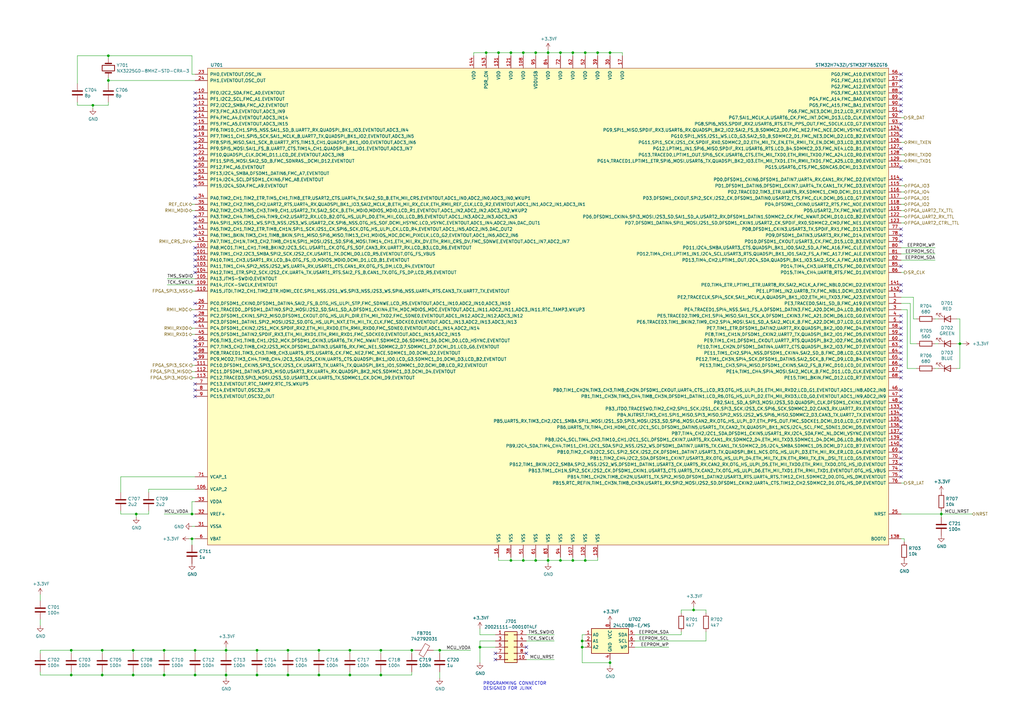
<source format=kicad_sch>
(kicad_sch (version 20231120) (generator "eeschema") (generator_version "8.0")
  (paper "A3")
  (title_block (title "MCU") (date "2020-03-07") (rev "1.00"))
  (junction (at 105.41 276.86))
  (junction (at 67.31 266.7))
  (junction (at 224.79 229.87))
  (junction (at 44.45 22.86))
  (junction (at 67.31 276.86))
  (junction (at 219.71 229.87))
  (junction (at 41.91 276.86))
  (junction (at 156.21 266.7))
  (junction (at 250.19 21.59))
  (junction (at 234.95 229.87))
  (junction (at 55.88 210.82))
  (junction (at 393.7 140.97))
  (junction (at 240.03 21.59))
  (junction (at 284.48 250.19))
  (junction (at 29.21 266.7))
  (junction (at 130.81 276.86))
  (junction (at 92.71 276.86))
  (junction (at 238.76 265.43))
  (junction (at 209.55 21.59))
  (junction (at 250.19 271.78))
  (junction (at 80.01 276.86))
  (junction (at 168.91 266.7))
  (junction (at 245.11 21.59))
  (junction (at 209.55 229.87))
  (junction (at 92.71 266.7))
  (junction (at 78.74 220.98))
  (junction (at 105.41 266.7))
  (junction (at 229.87 229.87))
  (junction (at 234.95 21.59))
  (junction (at 118.11 266.7))
  (junction (at 38.1 43.18))
  (junction (at 224.79 21.59))
  (junction (at 78.74 210.82))
  (junction (at 156.21 276.86))
  (junction (at 130.81 266.7))
  (junction (at 219.71 21.59))
  (junction (at 229.87 21.59))
  (junction (at 214.63 229.87))
  (junction (at 118.11 276.86))
  (junction (at 386.08 210.82))
  (junction (at 180.34 266.7))
  (junction (at 143.51 266.7))
  (junction (at 54.61 276.86))
  (junction (at 214.63 21.59))
  (junction (at 238.76 262.89))
  (junction (at 41.91 266.7))
  (junction (at 44.45 33.02))
  (junction (at 54.61 266.7))
  (junction (at 80.01 266.7))
  (junction (at 29.21 276.86))
  (junction (at 240.03 229.87))
  (junction (at 199.39 21.59))
  (junction (at 204.47 21.59))
  (junction (at 196.85 265.43))
  (junction (at 143.51 276.86))
  (no_connect (at 80.01 71.12))
  (no_connect (at 369.57 132.08))
  (no_connect (at 369.57 55.88))
  (no_connect (at 203.2 267.97))
  (no_connect (at 80.01 60.96))
  (no_connect (at 369.57 129.54))
  (no_connect (at 80.01 101.6))
  (no_connect (at 80.01 139.7))
  (no_connect (at 215.9 265.43))
  (no_connect (at 80.01 88.9))
  (no_connect (at 369.57 193.04))
  (no_connect (at 80.01 68.58))
  (no_connect (at 80.01 40.64))
  (no_connect (at 80.01 81.28))
  (no_connect (at 203.2 270.51))
  (no_connect (at 369.57 139.7))
  (no_connect (at 369.57 43.18))
  (no_connect (at 369.57 180.34))
  (no_connect (at 80.01 144.78))
  (no_connect (at 369.57 137.16))
  (no_connect (at 80.01 109.22))
  (no_connect (at 80.01 58.42))
  (no_connect (at 80.01 162.56))
  (no_connect (at 369.57 182.88))
  (no_connect (at 369.57 149.86))
  (no_connect (at 369.57 195.58))
  (no_connect (at 80.01 93.98))
  (no_connect (at 369.57 152.4))
  (no_connect (at 80.01 104.14))
  (no_connect (at 369.57 33.02))
  (no_connect (at 369.57 170.18))
  (no_connect (at 80.01 48.26))
  (no_connect (at 369.57 60.96))
  (no_connect (at 369.57 144.78))
  (no_connect (at 369.57 154.94))
  (no_connect (at 369.57 165.1))
  (no_connect (at 369.57 142.24))
  (no_connect (at 369.57 45.72))
  (no_connect (at 80.01 96.52))
  (no_connect (at 80.01 157.48))
  (no_connect (at 369.57 119.38))
  (no_connect (at 369.57 93.98))
  (no_connect (at 80.01 53.34))
  (no_connect (at 80.01 132.08))
  (no_connect (at 369.57 38.1))
  (no_connect (at 369.57 160.02))
  (no_connect (at 80.01 91.44))
  (no_connect (at 80.01 45.72))
  (no_connect (at 80.01 129.54))
  (no_connect (at 80.01 55.88))
  (no_connect (at 369.57 190.5))
  (no_connect (at 369.57 96.52))
  (no_connect (at 369.57 177.8))
  (no_connect (at 369.57 172.72))
  (no_connect (at 369.57 109.22))
  (no_connect (at 369.57 134.62))
  (no_connect (at 369.57 187.96))
  (no_connect (at 80.01 50.8))
  (no_connect (at 369.57 68.58))
  (no_connect (at 369.57 185.42))
  (no_connect (at 80.01 66.04))
  (no_connect (at 215.9 267.97))
  (no_connect (at 80.01 63.5))
  (no_connect (at 80.01 76.2))
  (no_connect (at 80.01 147.32))
  (no_connect (at 369.57 116.84))
  (no_connect (at 369.57 73.66))
  (no_connect (at 369.57 162.56))
  (no_connect (at 80.01 124.46))
  (no_connect (at 80.01 160.02))
  (no_connect (at 80.01 43.18))
  (no_connect (at 369.57 167.64))
  (no_connect (at 369.57 30.48))
  (no_connect (at 80.01 73.66))
  (no_connect (at 369.57 35.56))
  (no_connect (at 369.57 99.06))
  (no_connect (at 80.01 38.1))
  (no_connect (at 369.57 175.26))
  (no_connect (at 369.57 147.32))
  (no_connect (at 80.01 111.76))
  (no_connect (at 369.57 50.8))
  (no_connect (at 80.01 142.24))
  (no_connect (at 369.57 53.34))
  (no_connect (at 80.01 106.68))
  (no_connect (at 369.57 40.64))
  (wire (pts (xy 250.19 271.78) (xy 238.76 271.78)))
  (wire (pts (xy 118.11 275.59) (xy 118.11 276.86)))
  (wire (pts (xy 118.11 266.7) (xy 130.81 266.7)))
  (wire (pts (xy 279.4 251.46) (xy 279.4 250.19)))
  (wire (pts (xy 204.47 22.86) (xy 204.47 21.59)))
  (wire (pts (xy 49.53 195.58) (xy 49.53 201.93)))
  (wire (pts (xy 386.08 210.82) (xy 386.08 212.09)))
  (wire (pts (xy 214.63 228.6) (xy 214.63 229.87)))
  (wire (pts (xy 194.31 21.59) (xy 199.39 21.59)))
  (wire (pts (xy 55.88 210.82) (xy 60.96 210.82)))
  (wire (pts (xy 240.03 228.6) (xy 240.03 229.87)))
  (wire (pts (xy 41.91 267.97) (xy 41.91 266.7)))
  (wire (pts (xy 214.63 22.86) (xy 214.63 21.59)))
  (wire (pts (xy 199.39 22.86) (xy 199.39 21.59)))
  (wire (pts (xy 92.71 267.97) (xy 92.71 266.7)))
  (wire (pts (xy 80.01 116.84) (xy 68.58 116.84)))
  (wire (pts (xy 370.84 220.98) (xy 369.57 220.98)))
  (wire (pts (xy 78.74 30.48) (xy 80.01 30.48)))
  (wire (pts (xy 44.45 34.29) (xy 44.45 33.02)))
  (wire (pts (xy 118.11 276.86) (xy 130.81 276.86)))
  (wire (pts (xy 80.01 127) (xy 78.74 127)))
  (wire (pts (xy 80.01 99.06) (xy 78.74 99.06)))
  (wire (pts (xy 369.57 111.76) (xy 370.84 111.76)))
  (wire (pts (xy 240.03 21.59) (xy 245.11 21.59)))
  (wire (pts (xy 44.45 22.86) (xy 31.75 22.86)))
  (wire (pts (xy 196.85 271.78) (xy 196.85 265.43)))
  (wire (pts (xy 67.31 275.59) (xy 67.31 276.86)))
  (wire (pts (xy 224.79 228.6) (xy 224.79 229.87)))
  (wire (pts (xy 238.76 271.78) (xy 238.76 265.43)))
  (wire (pts (xy 234.95 229.87) (xy 240.03 229.87)))
  (wire (pts (xy 67.31 210.82) (xy 78.74 210.82)))
  (wire (pts (xy 238.76 265.43) (xy 238.76 262.89)))
  (wire (pts (xy 67.31 267.97) (xy 67.31 266.7)))
  (wire (pts (xy 219.71 21.59) (xy 224.79 21.59)))
  (wire (pts (xy 375.92 151.13) (xy 372.11 151.13)))
  (wire (pts (xy 38.1 43.18) (xy 44.45 43.18)))
  (wire (pts (xy 374.65 121.92) (xy 369.57 121.92)))
  (wire (pts (xy 240.03 265.43) (xy 238.76 265.43)))
  (wire (pts (xy 156.21 276.86) (xy 156.21 275.59)))
  (wire (pts (xy 369.57 48.26) (xy 370.84 48.26)))
  (wire (pts (xy 196.85 265.43) (xy 196.85 262.89)))
  (wire (pts (xy 196.85 262.89) (xy 203.2 262.89)))
  (wire (pts (xy 209.55 228.6) (xy 209.55 229.87)))
  (wire (pts (xy 78.74 205.74) (xy 80.01 205.74)))
  (wire (pts (xy 369.57 88.9) (xy 370.84 88.9)))
  (wire (pts (xy 54.61 266.7) (xy 67.31 266.7)))
  (wire (pts (xy 224.79 20.32) (xy 224.79 21.59)))
  (wire (pts (xy 80.01 86.36) (xy 78.74 86.36)))
  (wire (pts (xy 78.74 154.94) (xy 80.01 154.94)))
  (wire (pts (xy 373.38 124.46) (xy 369.57 124.46)))
  (wire (pts (xy 214.63 21.59) (xy 219.71 21.59)))
  (wire (pts (xy 54.61 275.59) (xy 54.61 276.86)))
  (wire (pts (xy 80.01 152.4) (xy 78.74 152.4)))
  (wire (pts (xy 180.34 266.7) (xy 193.04 266.7)))
  (wire (pts (xy 49.53 210.82) (xy 55.88 210.82)))
  (wire (pts (xy 80.01 267.97) (xy 80.01 266.7)))
  (wire (pts (xy 224.79 229.87) (xy 229.87 229.87)))
  (wire (pts (xy 16.51 275.59) (xy 16.51 276.86)))
  (wire (pts (xy 92.71 266.7) (xy 92.71 265.43)))
  (wire (pts (xy 16.51 246.38) (xy 16.51 243.84)))
  (wire (pts (xy 238.76 262.89) (xy 238.76 260.35)))
  (wire (pts (xy 370.84 86.36) (xy 369.57 86.36)))
  (wire (pts (xy 369.57 91.44) (xy 370.84 91.44)))
  (wire (pts (xy 78.74 215.9) (xy 80.01 215.9)))
  (wire (pts (xy 289.56 250.19) (xy 289.56 251.46)))
  (wire (pts (xy 372.11 127) (xy 369.57 127)))
  (wire (pts (xy 60.96 200.66) (xy 60.96 201.93)))
  (wire (pts (xy 80.01 275.59) (xy 80.01 276.86)))
  (wire (pts (xy 31.75 43.18) (xy 38.1 43.18)))
  (wire (pts (xy 80.01 200.66) (xy 60.96 200.66)))
  (wire (pts (xy 78.74 149.86) (xy 80.01 149.86)))
  (wire (pts (xy 44.45 22.86) (xy 78.74 22.86)))
  (wire (pts (xy 41.91 275.59) (xy 41.91 276.86)))
  (wire (pts (xy 393.7 130.81) (xy 392.43 130.81)))
  (wire (pts (xy 372.11 151.13) (xy 372.11 127)))
  (wire (pts (xy 168.91 267.97) (xy 168.91 266.7)))
  (wire (pts (xy 80.01 266.7) (xy 92.71 266.7)))
  (wire (pts (xy 143.51 275.59) (xy 143.51 276.86)))
  (wire (pts (xy 49.53 195.58) (xy 80.01 195.58)))
  (wire (pts (xy 260.35 260.35) (xy 279.4 260.35)))
  (wire (pts (xy 393.7 151.13) (xy 393.7 140.97)))
  (wire (pts (xy 180.34 278.13) (xy 180.34 275.59)))
  (wire (pts (xy 196.85 257.81) (xy 196.85 260.35)))
  (wire (pts (xy 255.27 21.59) (xy 255.27 22.86)))
  (wire (pts (xy 130.81 266.7) (xy 143.51 266.7)))
  (wire (pts (xy 245.11 21.59) (xy 250.19 21.59)))
  (wire (pts (xy 398.78 210.82) (xy 386.08 210.82)))
  (wire (pts (xy 260.35 265.43) (xy 274.32 265.43)))
  (wire (pts (xy 130.81 275.59) (xy 130.81 276.86)))
  (wire (pts (xy 386.08 209.55) (xy 386.08 210.82)))
  (wire (pts (xy 215.9 262.89) (xy 227.33 262.89)))
  (wire (pts (xy 214.63 229.87) (xy 219.71 229.87)))
  (wire (pts (xy 49.53 209.55) (xy 49.53 210.82)))
  (wire (pts (xy 92.71 276.86) (xy 105.41 276.86)))
  (wire (pts (xy 78.74 223.52) (xy 78.74 220.98)))
  (wire (pts (xy 44.45 24.13) (xy 44.45 22.86)))
  (wire (pts (xy 229.87 22.86) (xy 229.87 21.59)))
  (wire (pts (xy 67.31 266.7) (xy 80.01 266.7)))
  (wire (pts (xy 196.85 260.35) (xy 203.2 260.35)))
  (wire (pts (xy 80.01 276.86) (xy 92.71 276.86)))
  (wire (pts (xy 250.19 271.78) (xy 250.19 270.51)))
  (wire (pts (xy 156.21 266.7) (xy 156.21 267.97)))
  (wire (pts (xy 219.71 22.86) (xy 219.71 21.59)))
  (wire (pts (xy 143.51 267.97) (xy 143.51 266.7)))
  (wire (pts (xy 224.79 22.86) (xy 224.79 21.59)))
  (wire (pts (xy 392.43 151.13) (xy 393.7 151.13)))
  (wire (pts (xy 375.92 130.81) (xy 374.65 130.81)))
  (wire (pts (xy 31.75 22.86) (xy 31.75 34.29)))
  (wire (pts (xy 369.57 76.2) (xy 370.84 76.2)))
  (wire (pts (xy 168.91 266.7) (xy 170.18 266.7)))
  (wire (pts (xy 130.81 267.97) (xy 130.81 266.7)))
  (wire (pts (xy 384.81 140.97) (xy 383.54 140.97)))
  (wire (pts (xy 199.39 21.59) (xy 204.47 21.59)))
  (wire (pts (xy 118.11 267.97) (xy 118.11 266.7)))
  (wire (pts (xy 78.74 22.86) (xy 78.74 30.48)))
  (wire (pts (xy 279.4 250.19) (xy 284.48 250.19)))
  (wire (pts (xy 130.81 276.86) (xy 143.51 276.86)))
  (wire (pts (xy 80.01 83.82) (xy 78.74 83.82)))
  (wire (pts (xy 105.41 266.7) (xy 118.11 266.7)))
  (wire (pts (xy 16.51 276.86) (xy 29.21 276.86)))
  (wire (pts (xy 215.9 260.35) (xy 227.33 260.35)))
  (wire (pts (xy 369.57 58.42) (xy 370.84 58.42)))
  (wire (pts (xy 234.95 21.59) (xy 240.03 21.59)))
  (wire (pts (xy 240.03 229.87) (xy 245.11 229.87)))
  (wire (pts (xy 393.7 140.97) (xy 393.7 130.81)))
  (wire (pts (xy 260.35 262.89) (xy 289.56 262.89)))
  (wire (pts (xy 370.84 63.5) (xy 369.57 63.5)))
  (wire (pts (xy 78.74 210.82) (xy 78.74 205.74)))
  (wire (pts (xy 284.48 250.19) (xy 289.56 250.19)))
  (wire (pts (xy 245.11 22.86) (xy 245.11 21.59)))
  (wire (pts (xy 369.57 78.74) (xy 370.84 78.74)))
  (wire (pts (xy 219.71 228.6) (xy 219.71 229.87)))
  (wire (pts (xy 92.71 275.59) (xy 92.71 276.86)))
  (wire (pts (xy 143.51 276.86) (xy 156.21 276.86)))
  (wire (pts (xy 209.55 22.86) (xy 209.55 21.59)))
  (wire (pts (xy 229.87 229.87) (xy 234.95 229.87)))
  (wire (pts (xy 240.03 262.89) (xy 238.76 262.89)))
  (wire (pts (xy 204.47 228.6) (xy 204.47 229.87)))
  (wire (pts (xy 229.87 228.6) (xy 229.87 229.87)))
  (wire (pts (xy 369.57 198.12) (xy 370.84 198.12)))
  (wire (pts (xy 180.34 266.7) (xy 177.8 266.7)))
  (wire (pts (xy 369.57 104.14) (xy 383.54 104.14)))
  (wire (pts (xy 384.81 130.81) (xy 383.54 130.81)))
  (wire (pts (xy 209.55 21.59) (xy 214.63 21.59)))
  (wire (pts (xy 105.41 267.97) (xy 105.41 266.7)))
  (wire (pts (xy 238.76 260.35) (xy 240.03 260.35)))
  (wire (pts (xy 80.01 210.82) (xy 78.74 210.82)))
  (wire (pts (xy 80.01 114.3) (xy 68.58 114.3)))
  (wire (pts (xy 41.91 276.86) (xy 54.61 276.86)))
  (wire (pts (xy 44.45 33.02) (xy 44.45 31.75)))
  (wire (pts (xy 16.51 256.54) (xy 16.51 254)))
  (wire (pts (xy 245.11 229.87) (xy 245.11 228.6)))
  (wire (pts (xy 284.48 248.92) (xy 284.48 250.19)))
  (wire (pts (xy 250.19 22.86) (xy 250.19 21.59)))
  (wire (pts (xy 209.55 229.87) (xy 214.63 229.87)))
  (wire (pts (xy 373.38 140.97) (xy 373.38 124.46)))
  (wire (pts (xy 143.51 266.7) (xy 156.21 266.7)))
  (wire (pts (xy 224.79 21.59) (xy 229.87 21.59)))
  (wire (pts (xy 29.21 276.86) (xy 41.91 276.86)))
  (wire (pts (xy 67.31 276.86) (xy 80.01 276.86)))
  (wire (pts (xy 369.57 106.68) (xy 383.54 106.68)))
  (wire (pts (xy 41.91 266.7) (xy 54.61 266.7)))
  (wire (pts (xy 54.61 267.97) (xy 54.61 266.7)))
  (wire (pts (xy 250.19 21.59) (xy 255.27 21.59)))
  (wire (pts (xy 289.56 262.89) (xy 289.56 259.08)))
  (wire (pts (xy 105.41 276.86) (xy 118.11 276.86)))
  (wire (pts (xy 279.4 260.35) (xy 279.4 259.08)))
  (wire (pts (xy 156.21 276.86) (xy 168.91 276.86)))
  (wire (pts (xy 369.57 81.28) (xy 370.84 81.28)))
  (wire (pts (xy 203.2 265.43) (xy 196.85 265.43)))
  (wire (pts (xy 374.65 130.81) (xy 374.65 121.92)))
  (wire (pts (xy 31.75 41.91) (xy 31.75 43.18)))
  (wire (pts (xy 369.57 83.82) (xy 370.84 83.82)))
  (wire (pts (xy 54.61 276.86) (xy 67.31 276.86)))
  (wire (pts (xy 80.01 134.62) (xy 78.74 134.62)))
  (wire (pts (xy 55.88 212.09) (xy 55.88 210.82)))
  (wire (pts (xy 234.95 22.86) (xy 234.95 21.59)))
  (wire (pts (xy 77.47 220.98) (xy 78.74 220.98)))
  (wire (pts (xy 60.96 210.82) (xy 60.96 209.55)))
  (wire (pts (xy 229.87 21.59) (xy 234.95 21.59)))
  (wire (pts (xy 250.19 273.05) (xy 250.19 271.78)))
  (wire (pts (xy 204.47 21.59) (xy 209.55 21.59)))
  (wire (pts (xy 92.71 266.7) (xy 105.41 266.7)))
  (wire (pts (xy 234.95 228.6) (xy 234.95 229.87)))
  (wire (pts (xy 80.01 137.16) (xy 78.74 137.16)))
  (wire (pts (xy 215.9 270.51) (xy 227.33 270.51)))
  (wire (pts (xy 394.97 140.97) (xy 393.7 140.97)))
  (wire (pts (xy 78.74 220.98) (xy 80.01 220.98)))
  (wire (pts (xy 204.47 229.87) (xy 209.55 229.87)))
  (wire (pts (xy 383.54 151.13) (xy 384.81 151.13)))
  (wire (pts (xy 393.7 140.97) (xy 392.43 140.97)))
  (wire (pts (xy 44.45 33.02) (xy 80.01 33.02)))
  (wire (pts (xy 369.57 101.6) (xy 383.54 101.6)))
  (wire (pts (xy 105.41 275.59) (xy 105.41 276.86)))
  (wire (pts (xy 369.57 66.04) (xy 370.84 66.04)))
  (wire (pts (xy 16.51 266.7) (xy 29.21 266.7)))
  (wire (pts (xy 29.21 267.97) (xy 29.21 266.7)))
  (wire (pts (xy 29.21 275.59) (xy 29.21 276.86)))
  (wire (pts (xy 92.71 278.13) (xy 92.71 276.86)))
  (wire (pts (xy 44.45 43.18) (xy 44.45 41.91)))
  (wire (pts (xy 168.91 276.86) (xy 168.91 275.59)))
  (wire (pts (xy 38.1 44.45) (xy 38.1 43.18)))
  (wire (pts (xy 375.92 140.97) (xy 373.38 140.97)))
  (wire (pts (xy 369.57 210.82) (xy 386.08 210.82)))
  (wire (pts (xy 240.03 22.86) (xy 240.03 21.59)))
  (wire (pts (xy 180.34 266.7) (xy 180.34 267.97)))
  (wire (pts (xy 370.84 222.25) (xy 370.84 220.98)))
  (wire (pts (xy 219.71 229.87) (xy 224.79 229.87)))
  (wire (pts (xy 29.21 266.7) (xy 41.91 266.7)))
  (wire (pts (xy 224.79 229.87) (xy 224.79 231.14)))
  (wire (pts (xy 194.31 22.86) (xy 194.31 21.59)))
  (wire (pts (xy 78.74 119.38) (xy 80.01 119.38)))
  (wire (pts (xy 16.51 267.97) (xy 16.51 266.7)))
  (wire (pts (xy 168.91 266.7) (xy 156.21 266.7)))
  (text "PROGRAMMING CONNECTOR\nDESIGNED FOR JLINK" (at 198.12 283.21 0) (effects (font (size 1.27 1.27)) (justify left bottom)))
  (label "MCU_VDDA" (at 67.31 210.82 0))
  (label "EEPROM_WP" (at 383.54 101.6 180))
  (label "EEPROM_SCL" (at 274.32 262.89 180))
  (label "EEPROM_WP" (at 274.32 265.43 180))
  (label "TMS_SWDIO" (at 227.33 260.35 180))
  (label "EEPROM_SDA" (at 383.54 106.68 180))
  (label "MCU_NRST" (at 227.33 270.51 180))
  (label "TCK_SWCLK" (at 227.33 262.89 180))
  (label "MCU_NRST" (at 397.51 210.82 180))
  (label "MCU_VDDA" (at 193.04 266.7 180))
  (label "EEPROM_SDA" (at 274.32 260.35 180))
  (label "TMS_SWDIO" (at 68.58 114.3 0))
  (label "EEPROM_SCL" (at 383.54 104.14 180))
  (label "TCK_SWCLK" (at 68.58 116.84 0))
  (hierarchical_label "RMII_CRS_DV" (shape bidirectional) (at 78.74 99.06 180))
  (hierarchical_label "SR_DAT" (shape output) (at 370.84 48.26 0))
  (hierarchical_label "FPGA_SPI3_MISO" (shape input) (at 78.74 152.4 180))
  (hierarchical_label "FPGA_SPI3_SCK" (shape output) (at 78.74 149.86 180))
  (hierarchical_label "RMII_RXD1" (shape bidirectional) (at 78.74 137.16 180))
  (hierarchical_label "SR_LAT" (shape output) (at 370.84 198.12 0))
  (hierarchical_label "FPGA_UART2_CTRL_TTL" (shape bidirectional) (at 370.84 91.44 0))
  (hierarchical_label "FPGA_SPI3_NSS" (shape output) (at 78.74 119.38 180))
  (hierarchical_label "FPGA_IO2" (shape bidirectional) (at 370.84 83.82 0))
  (hierarchical_label "FPGA_SPI3_MOSI" (shape output) (at 78.74 154.94 180))
  (hierarchical_label "NRST" (shape bidirectional) (at 398.78 210.82 0))
  (hierarchical_label "FPGA_UART2_RX_TTL" (shape bidirectional) (at 370.84 88.9 0))
  (hierarchical_label "RMII_MDIO" (shape bidirectional) (at 78.74 86.36 180))
  (hierarchical_label "RMII_RXD0" (shape bidirectional) (at 78.74 134.62 180))
  (hierarchical_label "FPGA_UART2_TX_TTL" (shape bidirectional) (at 370.84 86.36 0))
  (hierarchical_label "FPGA_IO3" (shape bidirectional) (at 370.84 76.2 0))
  (hierarchical_label "FPGA_IO1" (shape bidirectional) (at 370.84 81.28 0))
  (hierarchical_label "SR_CLK" (shape output) (at 370.84 111.76 0))
  (hierarchical_label "RMII_TXD1" (shape bidirectional) (at 370.84 66.04 0))
  (hierarchical_label "FPGA_IO4" (shape bidirectional) (at 370.84 78.74 0))
  (hierarchical_label "REF_CLK" (shape bidirectional) (at 78.74 83.82 180))
  (hierarchical_label "RMII_TXD0" (shape bidirectional) (at 370.84 63.5 0))
  (hierarchical_label "RMII_MDC" (shape bidirectional) (at 78.74 127 180))
  (hierarchical_label "RMII_TXEN" (shape bidirectional) (at 370.84 58.42 0))
  (symbol (lib_id "Connector_Generic:Conn_02x05_Odd_Even") (at 208.28 265.43 0) (unit 1)
    (property "Reference" "J701" (at 209.55 254.8382 0))
    (property "Value" "20021111-00010T4LF" (at 209.55 257.1496 0))
    (property "Footprint" "Connector_PinHeader_1.27mm:PinHeader_2x05_P1.27mm_Vertical" (effects (hide yes)))
  )
  (symbol (lib_id "power:GND") (at 224.79 231.14 0) (unit 1)
    (property "Reference" "#PWR0714" (effects (hide yes)))
    (property "Value" "GND" (at 224.917 235.5342 0))
  )
  (symbol (lib_id "power:GND") (at 196.85 271.78 0) (unit 1)
    (property "Reference" "#PWR0712" (effects (hide yes)))
    (property "Value" "GND" (at 196.977 276.1742 0))
  )
  (symbol (lib_id "Device:R") (at 370.84 226.06 0) (unit 1)
    (property "Reference" "R703" (at 372.618 224.8916 0) (effects (justify left)))
    (property "Value" "10k" (at 372.618 227.203 0) (effects (justify left)))
    (property "Footprint" "Resistor_SMD:R_0603_1608Metric_Pad1.05x0.95mm_HandSolder" (effects (hide yes)))
  )
  (symbol (lib_id "Device:R") (at 386.08 205.74 0) (unit 1)
    (property "Reference" "R707" (at 387.858 204.5716 0) (effects (justify left)))
    (property "Value" "10k" (at 387.858 206.883 0) (effects (justify left)))
    (property "Footprint" "Resistor_SMD:R_0603_1608Metric_Pad1.05x0.95mm_HandSolder" (effects (hide yes)))
  )
  (symbol (lib_id "Device:C") (at 386.08 215.9 0) (unit 1)
    (property "Reference" "C721" (at 389.001 214.7316 0) (effects (justify left)))
    (property "Value" "100n" (at 389.001 217.043 0) (effects (justify left)))
    (property "Footprint" "Capacitor_SMD:C_0603_1608Metric_Pad1.05x0.95mm_HandSolder" (effects (hide yes)))
  )
  (symbol (lib_id "power:GND") (at 386.08 219.71 0) (unit 1)
    (property "Reference" "#PWR0720" (effects (hide yes)))
    (property "Value" "GND" (at 386.207 224.1042 0))
  )
  (symbol (lib_id "power:GND") (at 370.84 229.87 0) (unit 1)
    (property "Reference" "#PWR0718" (effects (hide yes)))
    (property "Value" "GND" (at 370.967 234.2642 0))
  )
  (symbol (lib_id "power:GND") (at 78.74 215.9 270) (unit 1)
    (property "Reference" "#PWR0706" (effects (hide yes)))
    (property "Value" "GND" (at 75.4888 216.027 90) (effects (justify right)))
  )
  (symbol (lib_id "Device:C") (at 78.74 227.33 0) (unit 1)
    (property "Reference" "C711" (at 81.661 226.1616 0) (effects (justify left)))
    (property "Value" "1u" (at 81.661 228.473 0) (effects (justify left)))
    (property "Footprint" "Capacitor_SMD:C_0603_1608Metric_Pad1.05x0.95mm_HandSolder" (effects (hide yes)))
  )
  (symbol (lib_id "power:GND") (at 78.74 231.14 0) (unit 1)
    (property "Reference" "#PWR0707" (effects (hide yes)))
    (property "Value" "GND" (at 78.867 235.5342 0))
  )
  (symbol (lib_id "Device:C") (at 16.51 271.78 0) (unit 1)
    (property "Reference" "C702" (at 19.431 270.6116 0) (effects (justify left)))
    (property "Value" "100n" (at 19.431 272.923 0) (effects (justify left)))
    (property "Footprint" "Capacitor_SMD:C_0603_1608Metric_Pad1.05x0.95mm_HandSolder" (effects (hide yes)))
  )
  (symbol (lib_id "Device:C") (at 29.21 271.78 0) (unit 1)
    (property "Reference" "C703" (at 32.131 270.6116 0) (effects (justify left)))
    (property "Value" "100n" (at 32.131 272.923 0) (effects (justify left)))
    (property "Footprint" "Capacitor_SMD:C_0603_1608Metric_Pad1.05x0.95mm_HandSolder" (effects (hide yes)))
  )
  (symbol (lib_id "Device:C") (at 41.91 271.78 0) (unit 1)
    (property "Reference" "C705" (at 44.831 270.6116 0) (effects (justify left)))
    (property "Value" "100n" (at 44.831 272.923 0) (effects (justify left)))
    (property "Footprint" "Capacitor_SMD:C_0603_1608Metric_Pad1.05x0.95mm_HandSolder" (effects (hide yes)))
  )
  (symbol (lib_id "Device:C") (at 54.61 271.78 0) (unit 1)
    (property "Reference" "C708" (at 57.531 270.6116 0) (effects (justify left)))
    (property "Value" "100n" (at 57.531 272.923 0) (effects (justify left)))
    (property "Footprint" "Capacitor_SMD:C_0603_1608Metric_Pad1.05x0.95mm_HandSolder" (effects (hide yes)))
  )
  (symbol (lib_id "Device:C") (at 67.31 271.78 0) (unit 1)
    (property "Reference" "C710" (at 70.231 270.6116 0) (effects (justify left)))
    (property "Value" "100n" (at 70.231 272.923 0) (effects (justify left)))
    (property "Footprint" "Capacitor_SMD:C_0603_1608Metric_Pad1.05x0.95mm_HandSolder" (effects (hide yes)))
  )
  (symbol (lib_id "Device:C") (at 80.01 271.78 0) (unit 1)
    (property "Reference" "C712" (at 82.931 270.6116 0) (effects (justify left)))
    (property "Value" "100n" (at 82.931 272.923 0) (effects (justify left)))
    (property "Footprint" "Capacitor_SMD:C_0603_1608Metric_Pad1.05x0.95mm_HandSolder" (effects (hide yes)))
  )
  (symbol (lib_id "Device:C") (at 92.71 271.78 0) (unit 1)
    (property "Reference" "C713" (at 95.631 270.6116 0) (effects (justify left)))
    (property "Value" "100n" (at 95.631 272.923 0) (effects (justify left)))
    (property "Footprint" "Capacitor_SMD:C_0603_1608Metric_Pad1.05x0.95mm_HandSolder" (effects (hide yes)))
  )
  (symbol (lib_id "Device:C") (at 105.41 271.78 0) (unit 1)
    (property "Reference" "C714" (at 108.331 270.6116 0) (effects (justify left)))
    (property "Value" "100n" (at 108.331 272.923 0) (effects (justify left)))
    (property "Footprint" "Capacitor_SMD:C_0603_1608Metric_Pad1.05x0.95mm_HandSolder" (effects (hide yes)))
  )
  (symbol (lib_id "Device:C") (at 118.11 271.78 0) (unit 1)
    (property "Reference" "C715" (at 121.031 270.6116 0) (effects (justify left)))
    (property "Value" "100n" (at 121.031 272.923 0) (effects (justify left)))
    (property "Footprint" "Capacitor_SMD:C_0603_1608Metric_Pad1.05x0.95mm_HandSolder" (effects (hide yes)))
  )
  (symbol (lib_id "Device:C") (at 130.81 271.78 0) (unit 1)
    (property "Reference" "C716" (at 133.731 270.6116 0) (effects (justify left)))
    (property "Value" "100n" (at 133.731 272.923 0) (effects (justify left)))
    (property "Footprint" "Capacitor_SMD:C_0603_1608Metric_Pad1.05x0.95mm_HandSolder" (effects (hide yes)))
  )
  (symbol (lib_id "Device:C") (at 143.51 271.78 0) (unit 1)
    (property "Reference" "C717" (at 146.431 270.6116 0) (effects (justify left)))
    (property "Value" "100n" (at 146.431 272.923 0) (effects (justify left)))
    (property "Footprint" "Capacitor_SMD:C_0603_1608Metric_Pad1.05x0.95mm_HandSolder" (effects (hide yes)))
  )
  (symbol (lib_id "Device:C") (at 156.21 271.78 0) (unit 1)
    (property "Reference" "C718" (at 159.131 270.6116 0) (effects (justify left)))
    (property "Value" "100n" (at 159.131 272.923 0) (effects (justify left)))
    (property "Footprint" "Capacitor_SMD:C_0603_1608Metric_Pad1.05x0.95mm_HandSolder" (effects (hide yes)))
  )
  (symbol (lib_id "power:GND") (at 92.71 278.13 0) (unit 1)
    (property "Reference" "#PWR0709" (effects (hide yes)))
    (property "Value" "GND" (at 92.837 282.5242 0))
  )
  (symbol (lib_id "ADC_Test-rescue:Ferrite_Bead-Device") (at 173.99 266.7 270) (unit 1)
    (property "Reference" "FB701" (at 173.99 259.7404 90))
    (property "Value" "742792031" (at 173.99 262.0518 90))
    (property "Footprint" "Inductor_SMD:L_0805_2012Metric_Pad1.15x1.40mm_HandSolder" (effects (hide yes)))
  )
  (symbol (lib_id "Device:C") (at 180.34 271.78 0) (unit 1)
    (property "Reference" "C720" (at 183.261 270.6116 0) (effects (justify left)))
    (property "Value" "1u" (at 183.261 272.923 0) (effects (justify left)))
    (property "Footprint" "Capacitor_SMD:C_0603_1608Metric_Pad1.05x0.95mm_HandSolder" (effects (hide yes)))
  )
  (symbol (lib_id "power:GND") (at 180.34 278.13 0) (unit 1)
    (property "Reference" "#PWR0710" (effects (hide yes)))
    (property "Value" "GND" (at 180.467 282.5242 0))
  )
  (symbol (lib_id "Device:C") (at 60.96 205.74 0) (unit 1)
    (property "Reference" "C709" (at 63.881 204.5716 0) (effects (justify left)))
    (property "Value" "2u2" (at 63.881 206.883 0) (effects (justify left)))
    (property "Footprint" "Capacitor_SMD:C_0805_2012Metric_Pad1.15x1.40mm_HandSolder" (effects (hide yes)))
  )
  (symbol (lib_id "Device:C") (at 49.53 205.74 0) (unit 1)
    (property "Reference" "C707" (at 52.451 204.5716 0) (effects (justify left)))
    (property "Value" "2u2" (at 52.451 206.883 0) (effects (justify left)))
    (property "Footprint" "Capacitor_SMD:C_0805_2012Metric_Pad1.15x1.40mm_HandSolder" (effects (hide yes)))
  )
  (symbol (lib_id "power:GND") (at 55.88 212.09 0) (unit 1)
    (property "Reference" "#PWR0704" (effects (hide yes)))
    (property "Value" "GND" (at 56.007 216.4842 0))
  )
  (symbol (lib_id "Device:Crystal") (at 44.45 27.94 270) (unit 1)
    (property "Reference" "Y701" (at 47.7774 26.7716 90) (effects (justify left)))
    (property "Value" "NX3225GD-8MHZ-STD-CRA-3" (at 47.7774 29.083 90) (effects (justify left)))
    (property "Footprint" "ADC_TEST:NX3225GD" (effects (hide yes)))
  )
  (symbol (lib_id "Device:C") (at 44.45 38.1 0) (unit 1)
    (property "Reference" "C706" (at 47.371 36.9316 0) (effects (justify left)))
    (property "Value" "8p" (at 47.371 39.243 0) (effects (justify left)))
    (property "Footprint" "Capacitor_SMD:C_0603_1608Metric_Pad1.05x0.95mm_HandSolder" (effects (hide yes)))
  )
  (symbol (lib_id "Device:C") (at 31.75 38.1 0) (unit 1)
    (property "Reference" "C704" (at 34.671 36.9316 0) (effects (justify left)))
    (property "Value" "8p" (at 34.671 39.243 0) (effects (justify left)))
    (property "Footprint" "Capacitor_SMD:C_0603_1608Metric_Pad1.05x0.95mm_HandSolder" (effects (hide yes)))
  )
  (symbol (lib_id "power:GND") (at 38.1 44.45 0) (unit 1)
    (property "Reference" "#PWR0703" (effects (hide yes)))
    (property "Value" "GND" (at 38.227 48.8442 0))
  )
  (symbol (lib_id "Device:C") (at 168.91 271.78 0) (unit 1)
    (property "Reference" "C719" (at 171.831 270.6116 0) (effects (justify left)))
    (property "Value" "100n" (at 171.831 272.923 0) (effects (justify left)))
    (property "Footprint" "Capacitor_SMD:C_0603_1608Metric_Pad1.05x0.95mm_HandSolder" (effects (hide yes)))
  )
  (symbol (lib_id "Device:C") (at 16.51 250.19 0) (unit 1)
    (property "Reference" "C701" (at 19.431 249.0216 0) (effects (justify left)))
    (property "Value" "100n" (at 19.431 251.333 0) (effects (justify left)))
    (property "Footprint" "Capacitor_SMD:C_0603_1608Metric_Pad1.05x0.95mm_HandSolder" (effects (hide yes)))
  )
  (symbol (lib_id "power:GND") (at 16.51 256.54 0) (unit 1)
    (property "Reference" "#PWR0702" (effects (hide yes)))
    (property "Value" "GND" (at 16.637 260.9342 0))
  )
  (symbol (lib_id "ADC_TEST:+3.3VF") (at 224.79 20.32 0) (unit 1)
    (property "Reference" "#PWR0713" (effects (hide yes)))
    (property "Value" "+3.3VF" (at 225.171 15.9258 0))
  )
  (symbol (lib_id "ADC_TEST:+3.3VF") (at 16.51 243.84 0) (unit 1)
    (property "Reference" "#PWR0701" (effects (hide yes)))
    (property "Value" "+3.3VF" (at 16.891 239.4458 0))
  )
  (symbol (lib_id "ADC_TEST:+3.3VF") (at 92.71 265.43 0) (unit 1)
    (property "Reference" "#PWR0708" (effects (hide yes)))
    (property "Value" "+3.3VF" (at 93.091 261.0358 0))
  )
  (symbol (lib_id "ADC_TEST:+3.3VF") (at 196.85 257.81 0) (unit 1)
    (property "Reference" "#PWR0711" (effects (hide yes)))
    (property "Value" "+3.3VF" (at 197.231 253.4158 0))
  )
  (symbol (lib_id "ADC_TEST:+3.3VF") (at 386.08 201.93 0) (unit 1)
    (property "Reference" "#PWR0719" (effects (hide yes)))
    (property "Value" "+3.3VF" (at 386.461 197.5358 0))
  )
  (symbol (lib_id "ADC_TEST:+3.3VF") (at 77.47 220.98 90) (unit 1)
    (property "Reference" "#PWR0705" (effects (hide yes)))
    (property "Value" "+3.3VF" (at 73.66 220.98 90) (effects (justify left)))
  )
  (symbol (lib_id "ADC_TEST:+3.3VF") (at 394.97 140.97 270) (mirror x) (unit 1)
    (property "Reference" "#PWR0721" (effects (hide yes)))
    (property "Value" "+3.3VF" (at 398.78 140.97 90) (effects (justify left)))
  )
  (symbol (lib_id "ADC_TEST:STM32H743ZI") (at 224.79 125.73 0) (unit 1)
    (property "Reference" "U701" (at 88.9 26.67 0))
    (property "Value" "STM32H743ZI/STM32F765ZGT6" (at 349.25 26.67 0))
    (property "Footprint" "ADC_TEST:TQFP-144_20x20mm_P0.5mm" (effects (hide yes)))
  )
  (symbol (lib_id "Device:R") (at 379.73 130.81 90) (mirror x) (unit 1)
    (property "Reference" "R704" (at 379.73 125.5522 90))
    (property "Value" "680" (at 379.73 127.8636 90))
    (property "Footprint" "Resistor_SMD:R_0603_1608Metric_Pad1.05x0.95mm_HandSolder" (effects (hide yes)))
  )
  (symbol (lib_id "Device:R") (at 379.73 140.97 90) (mirror x) (unit 1)
    (property "Reference" "R705" (at 379.73 135.7122 90))
    (property "Value" "560" (at 379.73 138.0236 90))
    (property "Footprint" "Resistor_SMD:R_0603_1608Metric_Pad1.05x0.95mm_HandSolder" (effects (hide yes)))
  )
  (symbol (lib_id "Device:R") (at 379.73 151.13 90) (mirror x) (unit 1)
    (property "Reference" "R706" (at 379.73 145.8722 90))
    (property "Value" "680" (at 379.73 148.1836 90))
    (property "Footprint" "Resistor_SMD:R_0603_1608Metric_Pad1.05x0.95mm_HandSolder" (effects (hide yes)))
  )
  (symbol (lib_id "Device:LED") (at 388.62 130.81 0) (mirror x) (unit 1)
    (property "Reference" "D701" (at 388.4422 124.333 0))
    (property "Value" "RED" (at 388.4422 126.6444 0))
    (property "Footprint" "LED_SMD:LED_0603_1608Metric_Pad1.05x0.95mm_HandSolder" (effects (hide yes)))
  )
  (symbol (lib_id "Device:LED") (at 388.62 140.97 0) (mirror x) (unit 1)
    (property "Reference" "D702" (at 388.4422 134.493 0))
    (property "Value" "GREEN" (at 388.4422 136.8044 0))
    (property "Footprint" "LED_SMD:LED_0603_1608Metric_Pad1.05x0.95mm_HandSolder" (effects (hide yes)))
  )
  (symbol (lib_id "Device:LED") (at 388.62 151.13 0) (mirror x) (unit 1)
    (property "Reference" "D703" (at 388.4422 144.653 0))
    (property "Value" "BLUE" (at 388.4422 146.9644 0))
    (property "Footprint" "LED_SMD:LED_0603_1608Metric_Pad1.05x0.95mm_HandSolder" (effects (hide yes)))
  )
  (symbol (lib_id "Memory_EEPROM:24LC08") (at 250.19 262.89 0) (unit 1)
    (property "Reference" "U702" (at 260.35 254 0))
    (property "Value" "24LC08B-E/MS" (at 259.08 256.54 0))
    (property "Footprint" "Package_SO:MSOP-8_3x3mm_P0.65mm" (effects (hide yes)))
    (property "Datasheet" "http://ww1.microchip.com/downloads/en/DeviceDoc/21710J.pdf" (effects (hide yes)))
  )
  (symbol (lib_id "power:GND") (at 250.19 273.05 0) (unit 1)
    (property "Reference" "#PWR0716" (effects (hide yes)))
    (property "Value" "GND" (at 250.317 277.4442 0))
  )
  (symbol (lib_id "ADC_TEST:+3.3VF") (at 250.19 255.27 0) (unit 1)
    (property "Reference" "#PWR0715" (effects (hide yes)))
    (property "Value" "+3.3VF" (at 250.571 250.8758 0))
  )
  (symbol (lib_id "Device:R") (at 279.4 255.27 0) (unit 1)
    (property "Reference" "R701" (at 281.178 254.1016 0) (effects (justify left)))
    (property "Value" "4k7" (at 281.178 256.413 0) (effects (justify left)))
    (property "Footprint" "Resistor_SMD:R_0603_1608Metric_Pad1.05x0.95mm_HandSolder" (effects (hide yes)))
  )
  (symbol (lib_id "Device:R") (at 289.56 255.27 0) (unit 1)
    (property "Reference" "R702" (at 291.338 254.1016 0) (effects (justify left)))
    (property "Value" "4k7" (at 291.338 256.413 0) (effects (justify left)))
    (property "Footprint" "Resistor_SMD:R_0603_1608Metric_Pad1.05x0.95mm_HandSolder" (effects (hide yes)))
  )
  (symbol (lib_id "ADC_TEST:+3.3VF") (at 284.48 248.92 0) (unit 1)
    (property "Reference" "#PWR0717" (effects (hide yes)))
    (property "Value" "+3.3VF" (at 284.861 244.5258 0))
  )
)
</source>
